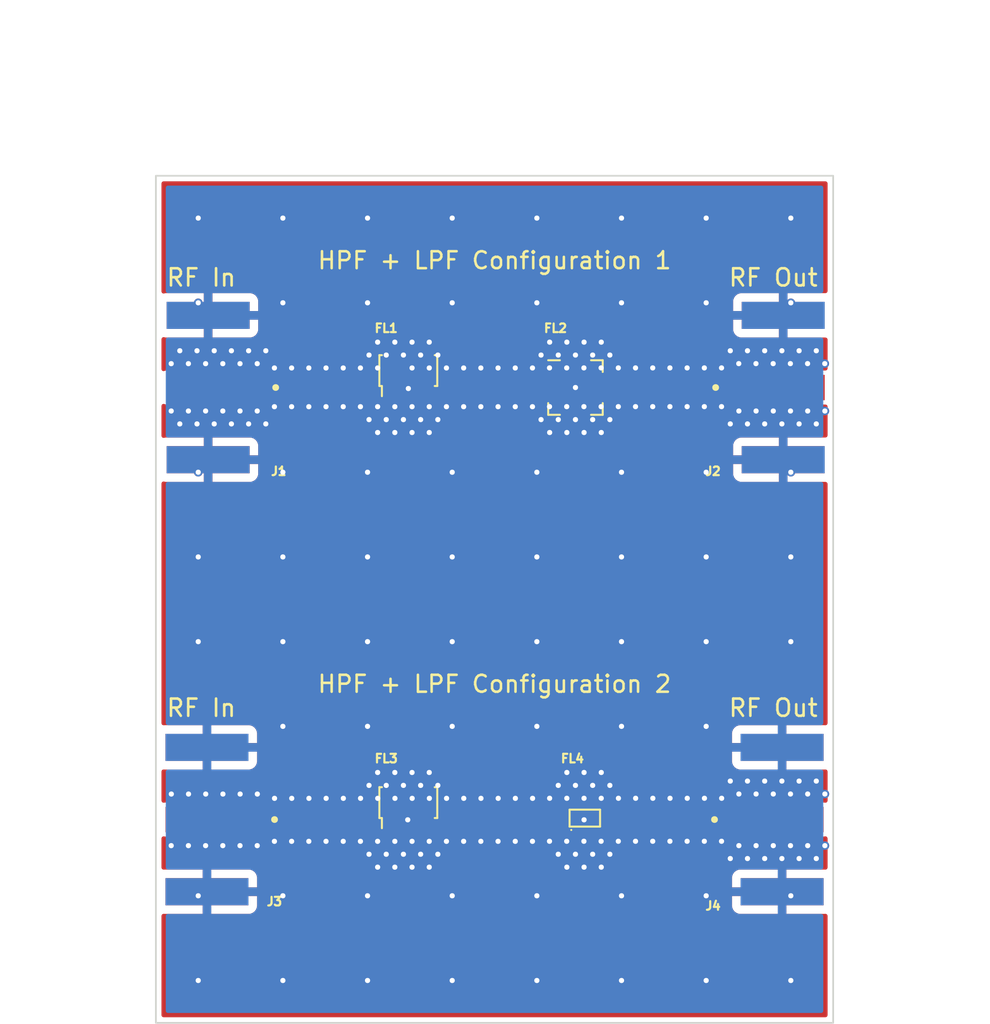
<source format=kicad_pcb>
(kicad_pcb (version 20211014) (generator pcbnew)
  (layers (0 "F.Cu" signal) (31 "B.Cu" signal) (34 "B.Paste" user) (35 "F.Paste" user) (36 "B.SilkS" user "B.Silkscreen") (37 "F.SilkS" user "F.Silkscreen") (38 "B.Mask" user) (39 "F.Mask" user) (44 "Edge.Cuts" user))
  (net 0 "")
  (net 1 "/RF_In1")
  (net 2 "GND")
  (net 3 "/HPF_out1")
  (net 4 "/RF_Out1")
  (net 5 "/RF_In2")
  (net 6 "/HPF_out2")
  (net 7 "/RF_Out2")
  (footprint "GGS_RF:JC0603C-1" (layer "F.Cu") (at 144.53301 128.315999)
    (fp_text reference "FL4" (at 0.06699 -3.915999 unlocked) (layer "F.SilkS") (effects (font (size 0.508 0.508) (thickness 0.127))))
    (fp_text value "LFCW-8000+")
    (fp_line (start -0.1 0.1) (end 1.7 0.1) (layer "F.SilkS") (width 0.12))
    (fp_line (start -0.1 -0.9) (end -0.1 0.1) (layer "F.SilkS") (width 0.12))
    (fp_line (start 1.7 -0.9) (end -0.1 -0.9) (layer "F.SilkS") (width 0.12))
    (fp_line (start 1.7 0.1) (end 1.7 -0.9) (layer "F.SilkS") (width 0.12))
    (fp_line (start 0 0.3) (end 0 0.3) (layer "F.SilkS") (width 0.12))
    (pad "1" smd rect (at 0.075 -0.4) (size 0.2 0.35) (layers "F.Cu" "F.Paste" "F.Mask") (net 6 "/HPF_out2"))
    (pad "2" smd rect (at 0.8 -0.075) (size 0.75 0.2) (layers "F.Cu" "F.Paste" "F.Mask") (net 2 "GND"))
    (pad "3" smd rect (at 1.525 -0.4) (size 0.2 0.35) (layers "F.Cu" "F.Paste" "F.Mask") (net 7 "/RF_Out2"))
    (pad "4" smd rect (at 0.8 -0.725) (size 0.75 0.2) (layers "F.Cu" "F.Paste" "F.Mask") (net 2 "GND"))
  )
  (footprint "Filter:Filter_Mini-Circuits_FV1206-1" (layer "F.Cu") (at 134.908333 127 90)
    (fp_text reference "FL3" (at 2.6 -1.304333) (layer "F.SilkS") (effects (font (size 0.508 0.508) (thickness 0.127))))
    (fp_text value "HFCN-5500")
    (fp_line (start 0.91 -1.71) (end -0.91 -1.71) (layer "F.SilkS") (width 0.12))
    (fp_line (start 0.91 1.71) (end -0.91 1.71) (layer "F.SilkS") (width 0.12))
    (fp_line (start -0.91 -1.56) (end -0.91 -1.71) (layer "F.SilkS") (width 0.12))
    (fp_line (start -0.91 -1.56) (end -1.51 -1.56) (layer "F.SilkS") (width 0.12))
    (fp_line (start -0.91 1.71) (end -0.91 1.56) (layer "F.SilkS") (width 0.12))
    (fp_line (start 0.91 1.71) (end 0.91 1.56) (layer "F.SilkS") (width 0.12))
    (fp_line (start 0.91 -1.56) (end 0.91 -1.71) (layer "F.SilkS") (width 0.12))
    (pad "1" smd roundrect (at -1.025 -0.99 90) (size 1.07 0.61) (layers "F.Cu" "F.Paste" "F.Mask") (net 5 "/RF_In2"))
    (pad "2" smd roundrect (at -1.025 0 90) (size 1.07 0.61) (layers "F.Cu" "F.Paste" "F.Mask") (net 2 "GND"))
    (pad "3" smd roundrect (at -1.025 0.99 90) (size 1.07 0.61) (layers "F.Cu" "F.Paste" "F.Mask") (net 6 "/HPF_out2"))
    (pad "4" smd roundrect (at 1.025 0.99 90) (size 1.07 0.61) (layers "F.Cu" "F.Paste" "F.Mask") (net 2 "GND"))
    (pad "5" smd roundrect (at 1.025 0 90) (size 1.07 0.61) (layers "F.Cu" "F.Paste" "F.Mask") (net 2 "GND"))
    (pad "6" smd roundrect (at 1.025 -0.99 90) (size 1.07 0.61) (layers "F.Cu" "F.Paste" "F.Mask") (net 2 "GND"))
  )
  (footprint "Package_DFN_QFN:QFN-12-1EP_3x3mm_P0.51mm_EP1.45x1.45mm" (layer "F.Cu") (at 144.78 102.499998)
    (fp_text reference "FL2" (at -1.18 -3.499998) (layer "F.SilkS") (effects (font (size 0.508 0.508) (thickness 0.127))))
    (fp_text value "XLF-962+")
    (fp_line (start -0.92 -1.61) (end -1.61 -1.61) (layer "F.SilkS") (width 0.12))
    (fp_line (start 1.61 -1.61) (end 1.61 -0.92) (layer "F.SilkS") (width 0.12))
    (fp_line (start 0.92 -1.61) (end 1.61 -1.61) (layer "F.SilkS") (width 0.12))
    (fp_line (start 1.61 1.61) (end 1.61 0.92) (layer "F.SilkS") (width 0.12))
    (fp_line (start 0.92 1.61) (end 1.61 1.61) (layer "F.SilkS") (width 0.12))
    (fp_line (start -0.92 1.61) (end -1.61 1.61) (layer "F.SilkS") (width 0.12))
    (fp_line (start -1.61 1.61) (end -1.61 0.92) (layer "F.SilkS") (width 0.12))
    (pad "1" smd roundrect locked (at -1.4375 -0.51) (size 0.875 0.3) (layers "F.Cu" "F.Paste" "F.Mask") (net 2 "GND"))
    (pad "2" smd roundrect locked (at -1.4375 0) (size 0.875 0.3) (layers "F.Cu" "F.Paste" "F.Mask") (net 3 "/HPF_out1"))
    (pad "3" smd roundrect locked (at -1.4375 0.51) (size 0.875 0.3) (layers "F.Cu" "F.Paste" "F.Mask") (net 2 "GND"))
    (pad "4" smd roundrect locked (at -0.51 1.4375) (size 0.3 0.875) (layers "F.Cu" "F.Paste" "F.Mask") (net 2 "GND"))
    (pad "5" smd roundrect locked (at 0 1.4375) (size 0.3 0.875) (layers "F.Cu" "F.Paste" "F.Mask") (net 2 "GND"))
    (pad "6" smd roundrect locked (at 0.51 1.4375) (size 0.3 0.875) (layers "F.Cu" "F.Paste" "F.Mask") (net 2 "GND"))
    (pad "7" smd roundrect locked (at 1.4375 0.51) (size 0.875 0.3) (layers "F.Cu" "F.Paste" "F.Mask") (net 2 "GND"))
    (pad "8" smd roundrect locked (at 1.4375 0) (size 0.875 0.3) (layers "F.Cu" "F.Paste" "F.Mask") (net 4 "/RF_Out1"))
    (pad "9" smd roundrect locked (at 1.4375 -0.51) (size 0.875 0.3) (layers "F.Cu" "F.Paste" "F.Mask") (net 2 "GND"))
    (pad "10" smd roundrect locked (at 0.51 -1.4375) (size 0.3 0.875) (layers "F.Cu" "F.Paste" "F.Mask") (net 2 "GND"))
    (pad "11" smd roundrect locked (at 0 -1.4375) (size 0.3 0.875) (layers "F.Cu" "F.Paste" "F.Mask") (net 2 "GND"))
    (pad "12" smd roundrect locked (at -0.51 -1.4375) (size 0.3 0.875) (layers "F.Cu" "F.Paste" "F.Mask") (net 2 "GND"))
    (pad "13" smd rect locked (at 0 0) (size 1.45 1.45) (layers "F.Cu" "F.Mask") (net 2 "GND"))
  )
  (footprint "GGS_Connectors:LINX_CONSMA020.062-G" (layer "F.Cu") (at 120.5675 128 -90)
    (fp_text reference "J3" (at 4.842 -6.4325 180) (layer "F.SilkS") (effects (font (size 0.508 0.508) (thickness 0.127))))
    (fp_text value "SMA")
    (fp_circle (center 0 -6.44) (end 0.1 -6.44) (layer "F.SilkS") (width 0.2) (fill none))
    (pad "1" smd rect locked (at 0 -2.8 270) (size 1.5 5.6) (layers "F.Cu" "F.Paste" "F.Mask") (net 5 "/RF_In2"))
    (pad "S1" smd rect locked (at -4.26 -2.45 270) (size 1.6 4.9) (layers "F.Cu" "F.Paste" "F.Mask") (net 2 "GND"))
    (pad "S2" smd rect locked (at 4.26 -2.45 270) (size 1.6 4.9) (layers "F.Cu" "F.Paste" "F.Mask") (net 2 "GND"))
    (pad "S3" smd rect locked (at -4.26 -2.45 270) (size 1.6 4.9) (layers "B.Cu" "B.Paste" "B.Mask") (net 2 "GND"))
    (pad "S4" smd rect locked (at 4.26 -2.45 270) (size 1.6 4.9) (layers "B.Cu" "B.Paste" "B.Mask") (net 2 "GND"))
  )
  (footprint "GGS_Connectors:LINX_CONSMA020.062-G" (layer "F.Cu") (at 159.5 102.5 90)
    (fp_text reference "J2" (at -4.942 -6.592 180) (layer "F.SilkS") (effects (font (size 0.508 0.508) (thickness 0.127))))
    (fp_text value "SMA" hide)
    (fp_circle (center 0 -6.44) (end 0.1 -6.44) (layer "F.SilkS") (width 0.2) (fill none))
    (pad "1" smd rect locked (at 0 -2.8 90) (size 1.5 5.6) (layers "F.Cu" "F.Paste" "F.Mask") (net 4 "/RF_Out1"))
    (pad "S1" smd rect locked (at -4.26 -2.45 90) (size 1.6 4.9) (layers "F.Cu" "F.Paste" "F.Mask") (net 2 "GND"))
    (pad "S2" smd rect locked (at 4.26 -2.45 90) (size 1.6 4.9) (layers "F.Cu" "F.Paste" "F.Mask") (net 2 "GND"))
    (pad "S3" smd rect locked (at -4.26 -2.45 90) (size 1.6 4.9) (layers "B.Cu" "B.Paste" "B.Mask") (net 2 "GND"))
    (pad "S4" smd rect locked (at 4.26 -2.45 90) (size 1.6 4.9) (layers "B.Cu" "B.Paste" "B.Mask") (net 2 "GND"))
  )
  (footprint "GGS_Connectors:LINX_CONSMA020.062-G" (layer "F.Cu") (at 159.4325 128 90)
    (fp_text reference "J4" (at -5.096 -6.5245 180) (layer "F.SilkS") (effects (font (size 0.508 0.508) (thickness 0.127))))
    (fp_text value "SMA")
    (fp_circle (center 0 -6.44) (end 0.1 -6.44) (layer "F.SilkS") (width 0.2) (fill none))
    (pad "1" smd rect locked (at 0 -2.8 90) (size 1.5 5.6) (layers "F.Cu" "F.Paste" "F.Mask") (net 7 "/RF_Out2"))
    (pad "S1" smd rect locked (at -4.26 -2.45 90) (size 1.6 4.9) (layers "F.Cu" "F.Paste" "F.Mask") (net 2 "GND"))
    (pad "S2" smd rect locked (at 4.26 -2.45 90) (size 1.6 4.9) (layers "F.Cu" "F.Paste" "F.Mask") (net 2 "GND"))
    (pad "S3" smd rect locked (at -4.26 -2.45 90) (size 1.6 4.9) (layers "B.Cu" "B.Paste" "B.Mask") (net 2 "GND"))
    (pad "S4" smd rect locked (at 4.26 -2.45 90) (size 1.6 4.9) (layers "B.Cu" "B.Paste" "B.Mask") (net 2 "GND"))
  )
  (footprint "Filter:Filter_Mini-Circuits_FV1206-1" (layer "F.Cu") (at 134.908333 101.500001 90)
    (fp_text reference "FL1" (at 2.500001 -1.308333 180) (layer "F.SilkS") (effects (font (size 0.508 0.508) (thickness 0.127))))
    (fp_text value "HFCN-5500")
    (fp_line (start 0.91 -1.71) (end -0.91 -1.71) (layer "F.SilkS") (width 0.12))
    (fp_line (start 0.91 -1.56) (end 0.91 -1.71) (layer "F.SilkS") (width 0.12))
    (fp_line (start -0.91 -1.56) (end -1.51 -1.56) (layer "F.SilkS") (width 0.12))
    (fp_line (start -0.91 -1.56) (end -0.91 -1.71) (layer "F.SilkS") (width 0.12))
    (fp_line (start 0.91 1.71) (end -0.91 1.71) (layer "F.SilkS") (width 0.12))
    (fp_line (start -0.91 1.71) (end -0.91 1.56) (layer "F.SilkS") (width 0.12))
    (fp_line (start 0.91 1.71) (end 0.91 1.56) (layer "F.SilkS") (width 0.12))
    (pad "1" smd roundrect locked (at -1.025 -0.99 90) (size 1.07 0.61) (layers "F.Cu" "F.Paste" "F.Mask") (net 1 "/RF_In1"))
    (pad "2" smd roundrect locked (at -1.025 0 90) (size 1.07 0.61) (layers "F.Cu" "F.Paste" "F.Mask") (net 2 "GND"))
    (pad "3" smd roundrect locked (at -1.025 0.99 90) (size 1.07 0.61) (layers "F.Cu" "F.Paste" "F.Mask") (net 3 "/HPF_out1"))
    (pad "4" smd roundrect locked (at 1.025 0.99 90) (size 1.07 0.61) (layers "F.Cu" "F.Paste" "F.Mask") (net 2 "GND"))
    (pad "5" smd roundrect locked (at 1.025 0 90) (size 1.07 0.61) (layers "F.Cu" "F.Paste" "F.Mask") (net 2 "GND"))
    (pad "6" smd roundrect locked (at 1.025 -0.99 90) (size 1.07 0.61) (layers "F.Cu" "F.Paste" "F.Mask") (net 2 "GND"))
  )
  (footprint "GGS_Connectors:LINX_CONSMA020.062-G" (layer "F.Cu") (at 120.635 102.5 -90)
    (fp_text reference "J1" (at 4.942 -6.619) (layer "F.SilkS") (effects (font (size 0.508 0.508) (thickness 0.127))))
    (fp_text value "SMA" hide)
    (fp_circle (center 0 -6.44) (end 0.1 -6.44) (layer "F.SilkS") (width 0.2) (fill none))
    (pad "1" smd rect locked (at 0 -2.8 270) (size 1.5 5.6) (layers "F.Cu" "F.Paste" "F.Mask") (net 1 "/RF_In1"))
    (pad "S1" smd rect locked (at -4.26 -2.45 270) (size 1.6 4.9) (layers "F.Cu" "F.Paste" "F.Mask") (net 2 "GND"))
    (pad "S2" smd rect locked (at 4.26 -2.45 270) (size 1.6 4.9) (layers "F.Cu" "F.Paste" "F.Mask") (net 2 "GND"))
    (pad "S3" smd rect locked (at -4.26 -2.45 270) (size 1.6 4.9) (layers "B.Cu" "B.Paste" "B.Mask") (net 2 "GND"))
    (pad "S4" smd rect locked (at 4.26 -2.45 270) (size 1.6 4.9) (layers "B.Cu" "B.Paste" "B.Mask") (net 2 "GND"))
  )
  (gr_rect (start 120 90) (end 160 140) (layer "Edge.Cuts") (width 0.1) (fill none))
  (gr_text "RF In" (at 122.682 121.412) (layer "F.SilkS") (effects (font (size 1.016 1.016) (thickness 0.1524))))
  (gr_text "HPF + LPF Configuration 2" (at 140 120) (layer "F.SilkS") (effects (font (size 1 1))))
  (gr_text "HPF + LPF Configuration 1" (at 140 95) (layer "F.SilkS") (effects (font (size 1 1))))
  (gr_text "RF Out" (at 156.464 121.412) (layer "F.SilkS") (effects (font (size 1.016 1.016) (thickness 0.1524))))
  (gr_text "RF In" (at 122.682 96.012) (layer "F.SilkS") (effects (font (size 1.016 1.016) (thickness 0.1524))))
  (gr_text "RF Out" (at 156.464 96.012) (layer "F.SilkS") (effects (font (size 1.016 1.016) (thickness 0.1524))))
  (segment locked (start 123.299988 102.5) (end 133.5 102.500001) (width 0.84074) (layer "F.Cu") (net 1))
  (segment (start 145.33301 127.590999) (end 145.33301 126.53701) (width 0.4) (layer "F.Cu") (net 2))
  (segment (start 145.33301 127.590999) (end 145.33301 128.98699) (width 0.4) (layer "F.Cu") (net 2))
  (via (at 154.432 126.492) (size 0.508) (drill 0.3048) (layers "F.Cu" "B.Cu") (net 2))
  (via (at 146.304 99.822) (size 0.508) (drill 0.3048) (layers "F.Cu" "B.Cu") (net 2))
  (via (at 156.464 103.886) (size 0.508) (drill 0.3048) (layers "F.Cu" "B.Cu") (net 2))
  (via (at 124.968 101.092) (size 0.508) (drill 0.3048) (layers "F.Cu" "B.Cu") (net 2))
  (via (at 157.5 97.5) (size 0.508) (drill 0.3048) (layers "F.Cu" "B.Cu") (net 2))
  (via (at 153.407125 101.342151) (size 0.508) (drill 0.3048) (layers "F.Cu" "B.Cu") (net 2))
  (via (at 159.512 103.886) (size 0.508) (drill 0.3048) (layers "F.Cu" "B.Cu") (net 2))
  (via (at 144.78 104.394) (size 0.508) (drill 0.3048) (layers "F.Cu" "B.Cu") (net 2))
  (via (at 145.288 130.81) (size 0.508) (drill 0.3048) (layers "F.Cu" "B.Cu") (net 2))
  (via (at 135.636 130.048) (size 0.508) (drill 0.3048) (layers "F.Cu" "B.Cu") (net 2))
  (via (at 123.444 100.33) (size 0.508) (drill 0.3048) (layers "F.Cu" "B.Cu") (net 2))
  (via (at 133.096 129.286) (size 0.508) (drill 0.3048) (layers "F.Cu" "B.Cu") (net 2))
  (via (at 148.327125 103.628151) (size 0.508) (drill 0.3048) (layers "F.Cu" "B.Cu") (net 2))
  (via (at 137.166986 126.748592) (size 0.508) (drill 0.3048) (layers "F.Cu" "B.Cu") (net 2))
  (via (at 155.956 125.73) (size 0.508) (drill 0.3048) (layers "F.Cu" "B.Cu") (net 2))
  (via (at 137.5 92.5) (size 0.508) (drill 0.3048) (layers "F.Cu" "B.Cu") (net 2))
  (via (at 159.004 130.302) (size 0.508) (drill 0.3048) (layers "F.Cu" "B.Cu") (net 2))
  (via (at 140.208 103.632) (size 0.508) (drill 0.3048) (layers "F.Cu" "B.Cu") (net 2))
  (via (at 122.5 92.5) (size 0.508) (drill 0.3048) (layers "F.Cu" "B.Cu") (net 2))
  (via (at 136.150986 126.748592) (size 0.508) (drill 0.3048) (layers "F.Cu" "B.Cu") (net 2))
  (via (at 142.5 97.5) (size 0.508) (drill 0.3048) (layers "F.Cu" "B.Cu") (net 2))
  (via (at 142.748 100.584) (size 0.508) (drill 0.3048) (layers "F.Cu" "B.Cu") (net 2))
  (via (at 136.144 125.222) (size 0.508) (drill 0.3048) (layers "F.Cu" "B.Cu") (net 2))
  (via (at 136.144 103.632) (size 0.508) (drill 0.3048) (layers "F.Cu" "B.Cu") (net 2))
  (via (at 159.004 125.73) (size 0.508) (drill 0.3048) (layers "F.Cu" "B.Cu") (net 2))
  (via (at 153.407125 129.282151) (size 0.508) (drill 0.3048) (layers "F.Cu" "B.Cu") (net 2))
  (via (at 122.936 101.092) (size 0.508) (drill 0.3048) (layers "F.Cu" "B.Cu") (net 2))
  (via (at 138.182986 126.748592) (size 0.508) (drill 0.3048) (layers "F.Cu" "B.Cu") (net 2))
  (via (at 134.62 130.048) (size 0.508) (drill 0.3048) (layers "F.Cu" "B.Cu") (net 2))
  (via (at 154.94 125.73) (size 0.508) (drill 0.3048) (layers "F.Cu" "B.Cu") (net 2))
  (via (at 147.5 97.5) (size 0.508) (drill 0.3048) (layers "F.Cu" "B.Cu") (net 2))
  (via (at 145.28801 128.015999) (size 0.508) (drill 0.3048) (layers "F.Cu" "B.Cu") (net 2))
  (via (at 150.359125 101.342151) (size 0.508) (drill 0.3048) (layers "F.Cu" "B.Cu") (net 2))
  (via (at 147.311125 101.342151) (size 0.508) (drill 0.3048) (layers "F.Cu" "B.Cu") (net 2))
  (via (at 133.604 104.394) (size 0.508) (drill 0.3048) (layers "F.Cu" "B.Cu") (net 2))
  (via (at 145.279125 103.628151) (size 0.508) (drill 0.3048) (layers "F.Cu" "B.Cu") (net 2))
  (via (at 158.496 129.54) (size 0.508) (drill 0.3048) (layers "F.Cu" "B.Cu") (net 2))
  (via (at 128.016 103.632) (size 0.508) (drill 0.3048) (layers "F.Cu" "B.Cu") (net 2))
  (via (at 134.874 128.016) (size 0.508) (drill 0.3048) (layers "F.Cu" "B.Cu") (net 2))
  (via (at 132.5 107.5) (size 0.508) (drill 0.3048) (layers "F.Cu" "B.Cu") (net 2))
  (via (at 132.5 112.5) (size 0.508) (drill 0.3048) (layers "F.Cu" "B.Cu") (net 2))
  (via (at 138.176 101.346) (size 0.508) (drill 0.3048) (layers "F.Cu" "B.Cu") (net 2))
  (via (at 156.457014 101.089408) (size 0.508) (drill 0.3048) (layers "F.Cu" "B.Cu") (net 2))
  (via (at 145.796 125.984) (size 0.508) (drill 0.3048) (layers "F.Cu" "B.Cu") (net 2))
  (via (at 121.92 103.886) (size 0.508) (drill 0.3048) (layers "F.Cu" "B.Cu") (net 2))
  (via (at 121.92 101.092) (size 0.508) (drill 0.3048) (layers "F.Cu" "B.Cu") (net 2))
  (via (at 137.16 129.286) (size 0.508) (drill 0.3048) (layers "F.Cu" "B.Cu") (net 2))
  (via (at 135.636 125.984) (size 0.508) (drill 0.3048) (layers "F.Cu" "B.Cu") (net 2))
  (via (at 157.48 103.886) (size 0.508) (drill 0.3048) (layers "F.Cu" "B.Cu") (net 2))
  (via (at 133.096 99.822) (size 0.508) (drill 0.3048) (layers "F.Cu" "B.Cu") (net 2))
  (via (at 124.974986 126.494592) (size 0.508) (drill 0.3048) (layers "F.Cu" "B.Cu") (net 2))
  (via (at 153.924 125.73) (size 0.508) (drill 0.3048) (layers "F.Cu" "B.Cu") (net 2))
  (via (at 147.5 132.5) (size 0.508) (drill 0.3048) (layers "F.Cu" "B.Cu") (net 2))
  (via (at 150.366111 126.744743) (size 0.508) (drill 0.3048) (layers "F.Cu" "B.Cu") (net 2))
  (via (at 132.5 97.5) (size 0.508) (drill 0.3048) (layers "F.Cu" "B.Cu") (net 2))
  (via (at 158.496 126.492) (size 0.508) (drill 0.3048) (layers "F.Cu" "B.Cu") (net 2))
  (via (at 127.5 122.5) (size 0.508) (drill 0.3048) (layers "F.Cu" "B.Cu") (net 2))
  (via (at 157.48 129.54) (size 0.508) (drill 0.3048) (layers "F.Cu" "B.Cu") (net 2))
  (via (at 153.924 100.33) (size 0.508) (drill 0.3048) (layers "F.Cu" "B.Cu") (net 2))
  (via (at 146.812 125.984) (size 0.508) (drill 0.3048) (layers "F.Cu" "B.Cu") (net 2))
  (via (at 122.5 132.5) (size 0.508) (drill 0.3048) (layers "F.Cu" "B.Cu") (net 2))
  (via (at 150.359125 103.628151) (size 0.508) (drill 0.3048) (layers "F.Cu" "B.Cu") (net 2))
  (via (at 134.112 103.632) (size 0.508) (drill 0.3048) (layers "F.Cu" "B.Cu") (net 2))
  (via (at 134.112 129.286) (size 0.508) (drill 0.3048) (layers "F.Cu" "B.Cu") (net 2))
  (via (at 159.004 100.33) (size 0.508) (drill 0.3048) (layers "F.Cu" "B.Cu") (net 2))
  (via (at 155.448 126.492) (size 0.508) (drill 0.3048) (layers "F.Cu" "B.Cu") (net 2))
  (via (at 135.128 105.156) (size 0.508) (drill 0.3048) (layers "F.Cu" "B.Cu") (net 2))
  (via (at 154.94 130.302) (size 0.508) (drill 0.3048) (layers "F.Cu" "B.Cu") (net 2))
  (via (at 122.5 107.5) (size 0.508) (drill 0.3048) (layers "F.Cu" "B.Cu") (net 2))
  (via (at 123.444 104.648) (size 0.508) (drill 0.3048) (layers "F.Cu" "B.Cu") (net 2))
  (via (at 127.5 137.5) (size 0.508) (drill 0.3048) (layers "F.Cu" "B.Cu") (net 2))
  (via (at 122.936 129.54) (size 0.508) (drill 0.3048) (layers "F.Cu" "B.Cu") (net 2))
  (via (at 136.144 129.286) (size 0.508) (drill 0.3048) (layers "F.Cu" "B.Cu") (net 2))
  (via (at 141.230986 126.748592) (size 0.508) (drill 0.3048) (layers "F.Cu" "B.Cu") (net 2))
  (via (at 154.94 100.33) (size 0.508) (drill 0.3048) (layers "F.Cu" "B.Cu") (net 2))
  (via (at 140.208 129.286) (size 0.508) (drill 0.3048) (layers "F.Cu" "B.Cu") (net 2))
  (via (at 145.796 100.584) (size 0.508) (drill 0.3048) (layers "F.Cu" "B.Cu") (net 2))
  (via (at 136.144 130.81) (size 0.508) (drill 0.3048) (layers "F.Cu" "B.Cu") (net 2))
  (via (at 141.224 129.286) (size 0.508) (drill 0.3048) (layers "F.Cu" "B.Cu") (net 2))
  (via (at 156.972 100.33) (size 0.508) (drill 0.3048) (layers "F.Cu" "B.Cu") (net 2))
  (via (at 132.588 125.984) (size 0.508) (drill 0.3048) (layers "F.Cu" "B.Cu") (net 2))
  (via (at 132.5 137.5) (size 0.508) (drill 0.3048) (layers "F.Cu" "B.Cu") (net 2))
  (via (at 133.604 125.984) (size 0.508) (drill 0.3048) (layers "F.Cu" "B.Cu") (net 2))
  (via (at 122.5 97.5) (size 0.508) (drill 0.3048) (layers "F.Cu" "B.Cu") (net 2))
  (via (at 130.054986 126.748592) (size 0.508) (drill 0.3048) (layers "F.Cu" "B.Cu") (net 2))
  (via (at 137.5 97.5) (size 0.508) (drill 0.3048) (layers "F.Cu" "B.Cu") (net 2))
  (via (at 134.62 104.394) (size 0.508) (drill 0.3048) (layers "F.Cu" "B.Cu") (net 2))
  (via (at 143.247125 103.628151) (size 0.508) (drill 0.3048) (layers "F.Cu" "B.Cu") (net 2))
  (via (at 140.214986 126.748592) (size 0.508) (drill 0.3048) (layers "F.Cu" "B.Cu") (net 2))
  (via (at 125.984 129.54) (size 0.508) (drill 0.3048) (layers "F.Cu" "B.Cu") (net 2))
  (via (at 149.343125 103.628151) (size 0.508) (drill 0.3048) (layers "F.Cu" "B.Cu") (net 2))
  (via (at 147.318111 126.744743) (size 0.508) (drill 0.3048) (layers "F.Cu" "B.Cu") (net 2))
  (via (at 146.812 130.048) (size 0.508) (drill 0.3048) (layers "F.Cu" "B.Cu") (net 2))
  (via (at 135.134986 126.748592) (size 0.508) (drill 0.3048) (layers "F.Cu" "B.Cu") (net 2))
  (via (at 159.004 104.648) (size 0.508) (drill 0.3048) (layers "F.Cu" "B.Cu") (net 2))
  (via (at 151.382111 126.744743) (size 0.508) (drill 0.3048) (layers "F.Cu" "B.Cu") (net 2))
  (via (at 125.476 100.33) (size 0.508) (drill 0.3048) (layers "F.Cu" "B.Cu") (net 2))
  (via (at 154.94 104.648) (size 0.508) (drill 0.3048) (layers "F.Cu" "B.Cu") (net 2))
  (via (at 147.5 107.5) (size 0.508) (drill 0.3048) (layers "F.Cu" "B.Cu") (net 2))
  (via (at 132.5 117.5) (size 0.508) (drill 0.3048) (layers "F.Cu" "B.Cu") (net 2))
  (via (at 145.288 105.156) (size 0.508) (drill 0.3048) (layers "F.Cu" "B.Cu") (net 2))
  (via (at 153.414111 126.744743) (size 0.508) (drill 0.3048) (layers "F.Cu" "B.Cu") (net 2))
  (via (at 145.796 130.048) (size 0.508) (drill 0.3048) (layers "F.Cu" "B.Cu") (net 2))
  (via (at 136.652 104.394) (size 0.508) (drill 0.3048) (layers "F.Cu" "B.Cu") (net 2))
  (via (at 139.192 101.346) (size 0.508) (drill 0.3048) (layers "F.Cu" "B.Cu") (net 2))
  (via (at 122.428 100.33) (size 0.508) (drill 0.3048) (layers "F.Cu" "B.Cu") (net 2))
  (via (at 127.5 117.5) (size 0.508) (drill 0.3048) (layers "F.Cu" "B.Cu") (net 2))
  (via (at 136.652 100.584) (size 0.508) (drill 0.3048) (layers "F.Cu" "B.Cu") (net 2))
  (via (at 126.492 104.648) (size 0.508) (drill 0.3048) (layers "F.Cu" "B.Cu") (net 2))
  (via (at 137.5 132.5) (size 0.508) (drill 0.3048) (layers "F.Cu" "B.Cu") (net 2))
  (via (at 155.448 129.54) (size 0.508) (drill 0.3048) (layers "F.Cu" "B.Cu") (net 2))
  (via (at 123.952 129.54) (size 0.508) (drill 0.3048) (layers "F.Cu" "B.Cu") (net 2))
  (via (at 143.247125 129.282151) (size 0.508) (drill 0.3048) (layers "F.Cu" "B.Cu") (net 2))
  (via (at 121.412 104.648) (size 0.508) (drill 0.3048) (layers "F.Cu" "B.Cu") (net 2))
  (via (at 145.279125 129.282151) (size 0.508) (drill 0.3048) (layers "F.Cu" "B.Cu") (net 2))
  (via (at 128.022986 126.748592) (size 0.508) (drill 0.3048) (layers "F.Cu" "B.Cu") (net 2))
  (via (at 129.032 101.346) (size 0.508) (drill 0.3048) (layers "F.Cu" "B.Cu") (net 2))
  (via (at 154.432 103.886) (size 0.508) (drill 0.3048) (layers "F.Cu" "B.Cu") (net 2))
  (via (at 152.5 117.5) (size 0.508) (drill 0.3048) (layers "F.Cu" "B.Cu") (net 2))
  (via (at 152.5 92.5) (size 0.508) (drill 0.3048) (layers "F.Cu" "B.Cu") (net 2))
  (via (at 142.5 107.5) (size 0.508) (drill 0.3048) (layers "F.Cu" "B.Cu") (net 2))
  (via (at 134.112 99.822) (size 0.508) (drill 0.3048) (layers "F.Cu" "B.Cu") (net 2))
  (via (at 142.5 92.5) (size 0.508) (drill 0.3048) (layers "F.Cu" "B.Cu") (net 2))
  (via (at 157.988 100.33) (size 0.508) (drill 0.3048) (layers "F.Cu" "B.Cu") (net 2))
  (via (at 133.096 125.222) (size 0.508) (drill 0.3048) (layers "F.Cu" "B.Cu") (net 2))
  (via (at 143.764 125.984) (size 0.508) (drill 0.3048) (layers "F.Cu" "B.Cu") (net 2))
  (via (at 124.968 129.54) (size 0.508) (drill 0.3048) (layers "F.Cu" "B.Cu") (net 2))
  (via (at 137.5 137.5) (size 0.508) (drill 0.3048) (layers "F.Cu" "B.Cu") (net 2))
  (via (at 146.295125 103.628151) (size 0.508) (drill 0.3048) (layers "F.Cu" "B.Cu") (net 2))
  (via (at 142.5 122.5) (size 0.508) (drill 0.3048) (layers "F.Cu" "B.Cu") (net 2))
  (via (at 132.08 129.286) (size 0.508) (drill 0.3048) (layers "F.Cu" "B.Cu") (net 2))
  (via (at 122.5 112.5) (size 0.508) (drill 0.3048) (layers "F.Cu" "B.Cu") (net 2))
  (via (at 144.272 99.822) (size 0.508) (drill 0.3048) (layers "F.Cu" "B.Cu") (net 2))
  (via (at 155.956 130.302) (size 0.508) (drill 0.3048) (layers "F.Cu" "B.Cu") (net 2))
  (via (at 129.038986 126.748592) (size 0.508) (drill 0.3048) (layers "F.Cu" "B.Cu") (net 2))
  (via (at 156.972 104.648) (size 0.508) (drill 0.3048) (layers "F.Cu" "B.Cu") (net 2))
  (via (at 155.956 100.33) (size 0.508) (drill 0.3048) (layers "F.Cu" "B.Cu") (net 2))
  (via (at 156.972 125.73) (size 0.508) (drill 0.3048) (layers "F.Cu" "B.Cu") (net 2))
  (via (at 152.398111 126.744743) (size 0.508) (drill 0.3048) (layers "F.Cu" "B.Cu") (net 2))
  (via (at 137.16 101.346) (size 0.508) (drill 0.3048) (layers "F.Cu" "B.Cu") (net 2))
  (via (at 139.198986 126.748592) (size 0.508) (drill 0.3048) (layers "F.Cu" "B.Cu") (net 2))
  (via (at 134.112 105.156) (size 0.508) (drill 0.3048) (layers "F.Cu" "B.Cu") (net 2))
  (via (at 159.512 129.54) (size 0.508) (drill 0.3048) (layers "F.Cu" "B.Cu") (net 2))
  (via (at 131.064 101.346) (size 0.508) (drill 0.3048) (layers "F.Cu" "B.Cu") (net 2))
  (via (at 127.5 92.5) (size 0.508) (drill 0.3048) (layers "F.Cu" "B.Cu") (net 2))
  (via (at 122.936 103.886) (size 0.508) (drill 0.3048) (layers "F.Cu" "B.Cu") (net 2))
  (via (at 136.144 101.346) (size 0.508) (drill 0.3048) (layers "F.Cu" "B.Cu") (net 2))
  (via (at 159.505014 101.089408) (size 0.508) (drill 0.3048) (layers "F.Cu" "B.Cu") (net 2))
  (via (at 158.489014 101.089408) (size 0.508) (drill 0.3048) (layers "F.Cu" "B.Cu") (net 2))
  (via (at 132.086986 126.748592) (size 0.508) (drill 0.3048) (layers "F.Cu" "B.Cu") (net 2))
  (via (at 128.016 101.346) (size 0.508) (drill 0.3048) (layers "F.Cu" "B.Cu") (net 2))
  (via (at 120.904 103.886) (size 0.508) (drill 0.3048) (layers "F.Cu" "B.Cu") (net 2))
  (via (at 137.5 122.5) (size 0.508) (drill 0.3048) (layers "F.Cu" "B.Cu") (net 2))
  (via (at 122.5 137.5) (size 0.508) (drill 0.3048) (layers "F.Cu" "B.Cu") (net 2))
  (via (at 132.588 100.584) (size 0.508) (drill 0.3048) (layers "F.Cu" "B.Cu") (net 2))
  (via (at 123.952 103.886) (size 0.508) (drill 0.3048) (layers "F.Cu" "B.Cu") (net 2))
  (via (at 135.636 104.394) (size 0.508) (drill 0.3048) (layers "F.Cu" "B.Cu") (net 2))
  (via (at 130.048 103.632) (size 0.508) (drill 0.3048) (layers "F.Cu" "B.Cu") (net 2))
  (via (at 152.5 107.5) (size 0.508) (drill 0.3048) (layers "F.Cu" "B.Cu") (net 2))
  (via (at 144.263125 103.628151) (size 0.508) (drill 0.3048) (layers "F.Cu" "B.Cu") (net 2))
  (via (at 123.958986 126.494592) (size 0.508) (drill 0.3048) (layers "F.Cu" "B.Cu") (net 2))
  (via (at 155.448 103.886) (size 0.508) (drill 0.3048) (layers "F.Cu" "B.Cu") (net 2))
  (via (at 149.343125 129.282151) (size 0.508) (drill 0.3048) (layers "F.Cu" "B.Cu") (net 2))
  (via (at 126.492 100.33) (size 0.508) (drill 0.3048) (layers "F.Cu" "B.Cu") (net 2))
  (via (at 132.5 122.5) (size 0.508) (drill 0.3048) (layers "F.Cu" "B.Cu") (net 2))
  (via (at 149.350111 126.744743) (size 0.508) (drill 0.3048) (layers "F.Cu" "B.Cu") (net 2))
  (via (at 121.92 129.54) (size 0.508) (drill 0.3048) (layers "F.Cu" "B.Cu") (net 2))
  (via (at 152.391125 129.282151) (size 0.508) (drill 0.3048) (layers "F.Cu" "B.Cu") (net 2))
  (via (at 153.407125 103.628151) (size 0.508) (drill 0.3048) (layers "F.Cu" "B.Cu") (net 2))
  (via (at 133.604 130.048) (size 0.508) (drill 0.3048) (layers "F.Cu" "B.Cu") (net 2))
  (via (at 154.425014 101.089408) (size 0.508) (drill 0.3048) (layers "F.Cu" "B.Cu") (net 2))
  (via (at 144.78 125.984) (size 0.508) (drill 0.3048) (layers "F.Cu" "B.Cu") (net 2))
  (via (at 142.246986 126.748592) (size 0.508) (drill 0.3048) (layers "F.Cu" "B.Cu") (net 2))
  (via (at 135.128 101.346) (size 0.508) (drill 0.3048) (layers "F.Cu" "B.Cu") (net 2))
  (via (at 135.636 100.584) (size 0.508) (drill 0.3048) (layers "F.Cu" "B.Cu") (net 2))
  (via (at 127.5 107.5) (size 0.508) (drill 0.3048) (layers "F.Cu" "B.Cu") (net 2))
  (via (at 128.016 129.286) (size 0.508) (drill 0.3048) (layers "F.Cu" "B.Cu") (net 2))
  (via (at 127.006986 126.748592) (size 0.508) (drill 0.3048) (layers "F.Cu" "B.Cu") (net 2))
  (via (at 129.032 129.286) (size 0.508) (drill 0.3048) (layers "F.Cu" "B.Cu") (net 2))
  (via (at 134.112 125.222) (size 0.508) (drill 0.3048) (layers "F.Cu" "B.Cu") (net 2))
  (via (at 127 129.286) (size 0.508) (drill 0.3048) (layers "F.Cu" "B.Cu") (net 2))
  (via (at 134.112 130.81) (size 0.508) (drill 0.3048) (layers "F.Cu" "B.Cu") (net 2))
  (via (at 133.096 103.632) (size 0.508) (drill 0.3048) (layers "F.Cu" "B.Cu") (net 2))
  (via (at 130.048 101.346) (size 0.508) (drill 0.3048) (layers "F.Cu" "B.Cu") (net 2))
  (via (at 135.128 130.81) (size 0.508) (drill 0.3048) (layers "F.Cu" "B.Cu") (net 2))
  (via (at 127 101.346) (size 0.508) (drill 0.3048) (layers "F.Cu" "B.Cu") (net 2))
  (via (at 135.128 125.222) (size 0.508) (drill 0.3048) (layers "F.Cu" "B.Cu") (net 2))
  (via (at 133.096 101.346) (size 0.508) (drill 0.3048) (layers "F.Cu" "B.Cu") (net 2))
  (via (at 130.048 129.286) (size 0.508) (drill 0.3048) (layers "F.Cu" "B.Cu") (net 2))
  (via (at 124.46 104.648) (size 0.508) (drill 0.3048) (layers "F.Cu" "B.Cu") (net 2))
  (via (at 147.5 112.5) (size 0.508) (drill 0.3048) (layers "F.Cu" "B.Cu") (net 2))
  (via (at 156.972 130.302) (size 0.508) (drill 0.3048) (layers "F.Cu" "B.Cu") (net 2))
  (via (at 145.796 104.394) (size 0.508) (drill 0.3048) (layers "F.Cu" "B.Cu") (net 2))
  (via (at 152.5 137.5) (size 0.508) (drill 0.3048) (layers "F.Cu" "B.Cu") (net 2))
  (via (at 146.302111 126.744743) (size 0.508) (drill 0.3048) (layers "F.Cu" "B.Cu") (net 2))
  (via (at 146.812 100.584) (size 0.508) (drill 0.3048) (layers "F.Cu" "B.Cu") (net 2))
  (via (at 123.952 101.092) (size 0.508) (drill 0.3048) (layers "F.Cu" "B.Cu") (net 2))
  (via (at 144.78 130.048) (size 0.508) (drill 0.3048) (layers "F.Cu" "B.Cu") (net 2))
  (via (at 133.096 105.156) (size 0.508) (drill 0.3048) (layers "F.Cu" "B.Cu") (net 2))
  (via (at 147.5 117.5) (size 0.508) (drill 0.3048) (layers "F.Cu" "B.Cu") (net 2))
  (via (at 157.5 132.5) (size 0.508) (drill 0.3048) (layers "F.Cu" "B.Cu") (net 2))
  (via (at 138.176 129.286) (size 0.508) (drill 0.3048) (layers "F.Cu" "B.Cu") (net 2))
  (via (at 143.254111 126.744743) (size 0.508) (drill 0.3048) (layers "F.Cu" "B.Cu") (net 2))
  (via (at 125.476 104.648) (size 0.508) (drill 0.3048) (layers "F.Cu" "B.Cu") (net 2))
  (via (at 121.926986 126.494592) (size 0.508) (drill 0.3048) (layers "F.Cu" "B.Cu") (net 2))
  (via (at 124.46 100.33) (size 0.508) (drill 0.3048) (layers "F.Cu" "B.Cu") (net 2))
  (via (at 125.984 103.886) (size 0.508) (drill 0.3048) (layers "F.Cu" "B.Cu") (net 2))
  (via (at 152.5 122.5) (size 0.508) (drill 0.3048) (layers "F.Cu" "B.Cu") (net 2))
  (via (at 158.496 103.886) (size 0.508) (drill 0.3048) (layers "F.Cu" "B.Cu") (net 2))
  (via (at 144.272 105.156) (size 0.508) (drill 0.3048) (layers "F.Cu" "B.Cu") (net 2))
  (via (at 120.910986 126.494592) (size 0.508) (drill 0.3048) (layers "F.Cu" "B.Cu") (net 2))
  (via (at 155.441014 101.089408) (size 0.508) (drill 0.3048) (layers "F.Cu" "B.Cu") (net 2))
  (via (at 142.5 117.5) (size 0.508) (drill 0.3048) (layers "F.Cu" "B.Cu") (net 2))
  (via (at 133.102986 126.748592) (size 0.508) (drill 0.3048) (layers "F.Cu" "B.Cu") (net 2))
  (via (at 134.62 125.984) (size 0.508) (drill 0.3048) (layers "F.Cu" "B.Cu") (net 2))
  (via (at 143.764 130.048) (size 0.508) (drill 0.3048) (layers "F.Cu" "B.Cu") (net 2))
  (via (at 142.748 104.394) (size 0.508) (drill 0.3048) (layers "F.Cu" "B.Cu") (net 2))
  (via (at 153.924 130.302) (size 0.508) (drill 0.3048) (layers "F.Cu" "B.Cu") (net 2))
  (via (at 157.5 107.5) (size 0.508) (drill 0.3048) (layers "F.Cu" "B.Cu") (net 2))
  (via (at 142.24 103.632) (size 0.508) (drill 0.3048) (layers "F.Cu" "B.Cu") (net 2))
  (via (at 140.208 101.346) (size 0.508) (drill 0.3048) (layers "F.Cu" "B.Cu") (net 2))
  (via (at 157.48 126.492) (size 0.508) (drill 0.3048) (layers "F.Cu" "B.Cu") (net 2))
  (via (at 125.984 101.092) (size 0.508) (drill 0.3048) (layers "F.Cu" "B.Cu") (net 2))
  (via (at 127.5 132.5) (size 0.508) (drill 0.3048) (layers "F.Cu" "B.Cu") (net 2))
  (via (at 127.5 97.5) (size 0.508) (drill 0.3048) (layers "F.Cu" "B.Cu") (net 2))
  (via (at 132.5 132.5) (size 0.508) (drill 0.3048) (layers "F.Cu" "B.Cu") (net 2))
  (via (at 129.032 103.632) (size 0.508) (drill 0.3048) (layers "F.Cu" "B.Cu") (net 2))
  (via (at 155.956 104.648) (size 0.508) (drill 0.3048) (layers "F.Cu" "B.Cu") (net 2))
  (via (at 145.286111 126.744743) (size 0.508) (drill 0.3048) (layers "F.Cu" "B.Cu") (net 2))
  (via (at 156.464 126.492) (size 0.508) (drill 0.3048) (layers "F.Cu" "B.Cu") (net 2))
  (via (at 148.334111 126.744743) (size 0.508) (drill 0.3048) (layers "F.Cu" "B.Cu") (net 2))
  (via (at 122.942986 126.494592) (size 0.508) (drill 0.3048) (layers "F.Cu" "B.Cu") (net 2))
  (via (at 157.5 117.5) (size 0.508) (drill 0.3048) (layers "F.Cu" "B.Cu") (net 2))
  (via (at 151.375125 129.282151) (size 0.508) (drill 0.3048) (layers "F.Cu" "B.Cu") (net 2))
  (via (at 120.904 129.54) (size 0.508) (drill 0.3048) (layers "F.Cu" "B.Cu") (net 2))
  (via (at 147.311125 103.628151) (size 0.508) (drill 0.3048) (layers "F.Cu" "B.Cu") (net 2))
  (via (at 157.473014 101.089408) (size 0.508) (drill 0.3048) (layers "F.Cu" "B.Cu") (net 2))
  (via (at 132.08 101.346) (size 0.508) (drill 0.3048) (layers "F.Cu" "B.Cu") (net 2))
  (via (at 143.256 105.156) (size 0.508) (drill 0.3048) (layers "F.Cu" "B.Cu") (net 2))
  (via (at 146.304 125.222) (size 0.508) (drill 0.3048) (layers "F.Cu" "B.Cu") (net 2))
  (via (at 145.279125 101.342151) (size 0.508) (drill 0.3048) (layers "F.Cu" "B.Cu") (net 2))
  (via (at 148.327125 101.342151) (size 0.508) (drill 0.3048) (layers "F.Cu" "B.Cu") (net 2))
  (via (at 133.096 130.81) (size 0.508) (drill 0.3048) (layers "F.Cu" "B.Cu") (net 2))
  (via (at 144.263125 129.282151) (size 0.508) (drill 0.3048) (layers "F.Cu" "B.Cu") (net 2))
  (via (at 127 103.632) (size 0.508) (drill 0.3048) (layers "F.Cu" "B.Cu") (net 2))
  (via (at 142.5 112.5) (size 0.508) (drill 0.3048) (layers "F.Cu" "B.Cu") (net 2))
  (via (at 151.375125 101.342151) (size 0.508) (drill 0.3048) (layers "F.Cu" "B.Cu") (net 2))
  (via (at 132.588 130.048) (size 0.508) (drill 0.3048) (layers "F.Cu" "B.Cu") (net 2))
  (via (at 142.5 137.5) (size 0.508) (drill 0.3048) (layers "F.Cu" "B.Cu") (net 2))
  (via (at 146.295125 101.342151) (size 0.508) (drill 0.3048) (layers "F.Cu" "B.Cu") (net 2))
  (via (at 153.924 104.648) (size 0.508) (drill 0.3048) (layers "F.Cu" "B.Cu") (net 2))
  (via (at 141.224 101.346) (size 0.508) (drill 0.3048) (layers "F.Cu" "B.Cu") (net 2))
  (via (at 138.176 103.632) (size 0.508) (drill 0.3048) (layers "F.Cu" "B.Cu") (net 2))
  (via (at 121.412 100.33) (size 0.508) (drill 0.3048) (layers "F.Cu" "B.Cu") (net 2))
  (via (at 122.5 117.5) (size 0.508) (drill 0.3048) (layers "F.Cu" "B.Cu") (net 2))
  (via (at 124.968 103.886) (size 0.508) (drill 0.3048) (layers "F.Cu" "B.Cu") (net 2))
  (via (at 144.78 100.584) (size 0.508) (drill 0.3048) (layers "F.Cu" "B.Cu") (net 2))
  (via (at 151.375125 103.628151) (size 0.508) (drill 0.3048) (layers "F.Cu" "B.Cu") (net 2))
  (via (at 135.128 99.822) (size 0.508) (drill 0.3048) (layers "F.Cu" "B.Cu") (net 2))
  (via (at 150.359125 129.282151) (size 0.508) (drill 0.3048) (layers "F.Cu" "B.Cu") (net 2))
  (via (at 135.128 103.632) (size 0.508) (drill 0.3048) (layers "F.Cu" "B.Cu") (net 2))
  (via (at 125.990986 126.494592) (size 0.508) (drill 0.3048) (layers "F.Cu" "B.Cu") (net 2))
  (via (at 134.62 100.584) (size 0.508) (drill 0.3048) (layers "F.Cu" "B.Cu") (net 2))
  (via (at 137.5 107.5) (size 0.508) (drill 0.3048) (layers "F.Cu" "B.Cu") (net 2))
  (via (at 131.064 129.286) (size 0.508) (drill 0.3048) (layers "F.Cu" "B.Cu") (net 2))
  (via (at 141.224 103.632) (size 0.508) (drill 0.3048) (layers "F.Cu" "B.Cu") (net 2))
  (via (at 136.144 105.156) (size 0.508) (drill 0.3048) (layers "F.Cu" "B.Cu") (net 2))
  (via (at 134.118986 126.748592) (size 0.508) (drill 0.3048) (layers "F.Cu" "B.Cu") (net 2))
  (via (at 142.5 132.5) (size 0.508) (drill 0.3048) (layers "F.Cu" "B.Cu") (net 2))
  (via (at 157.5 137.5) (size 0.508) (drill 0.3048) (layers "F.Cu" "B.Cu") (net 2))
  (via (at 131.064 103.632) (size 0.508) (drill 0.3048) (layers "F.Cu" "B.Cu") (net 2))
  (via (at 147.5 137.5) (size 0.508) (drill 0.3048) (layers "F.Cu" "B.Cu") (net 2))
  (via (at 132.5 92.5) (size 0.508) (drill 0.3048) (layers "F.Cu" "B.Cu") (net 2))
  (via (at 144.78 102.499998) (size 0.508) (drill 0.3048) (layers "F.Cu" "B.Cu") (net 2))
  (via (at 152.391125 101.342151) (size 0.508) (drill 0.3048) (layers "F.Cu" "B.Cu") (net 2))
  (via (at 143.256 99.822) (size 0.508) (drill 0.3048) (layers "F.Cu" "B.Cu") (net 2))
  (via (at 146.295125 129.282151) (size 0.508) (drill 0.3048) (layers "F.Cu" "B.Cu") (net 2))
  (via (at 139.192 103.632) (size 0.508) (drill 0.3048) (layers "F.Cu" "B.Cu") (net 2))
  (via (at 134.91 102.56) (size 0.508) (drill 0.3048) (layers "F.Cu" "B.Cu") (net 2))
  (via (at 159.512 126.492) (size 0.508) (drill 0.3048) (layers "F.Cu" "B.Cu") (net 2))
  (via (at 152.5 97.5) (size 0.508) (drill 0.3048) (layers "F.Cu" "B.Cu") (net 2))
  (via (at 146.304 105.156) (size 0.508) (drill 0.3048) (layers "F.Cu" "B.Cu") (net 2))
  (via (at 144.263125 101.342151) (size 0.508) (drill 0.3048) (layers "F.Cu" "B.Cu") (net 2))
  (via (at 132.08 103.632) (size 0.508) (drill 0.3048) (layers "F.Cu" "B.Cu") (net 2))
  (via (at 157.5 92.5) (size 0.508) (drill 0.3048) (layers "F.Cu" "B.Cu") (net 2))
  (via (at 142.24 101.346) (size 0.508) (drill 0.3048) (layers "F.Cu" "B.Cu") (net 2))
  (via (at 127.5 112.5) (size 0.508) (drill 0.3048) (layers "F.Cu" "B.Cu") (net 2))
  (via (at 136.652 130.048) (size 0.508) (drill 0.3048) (layers "F.Cu" "B.Cu") (net 2))
  (via (at 120.904 101.092) (size 0.508) (drill 0.3048) (layers "F.Cu" "B.Cu") (net 2))
  (via (at 145.288 99.822) (size 0.508) (drill 0.3048) (layers "F.Cu" "B.Cu") (net 2))
  (via (at 144.270111 126.744743) (size 0.508) (drill 0.3048) (layers "F.Cu" "B.Cu") (net 2))
  (via (at 152.5 132.5) (size 0.508) (drill 0.3048) (layers "F.Cu" "B.Cu") (net 2))
  (via (at 157.5 112.5) (size 0.508) (drill 0.3048) (layers "F.Cu" "B.Cu") (net 2))
  (via (at 147.5 92.5) (size 0.508) (drill 0.3048) (layers "F.Cu" "B.Cu") (net 2))
  (via (at 139.192 129.286) (size 0.508) (drill 0.3048) (layers "F.Cu" "B.Cu") (net 2))
  (via (at 136.144 99.822) (size 0.508) (drill 0.3048) (layers "F.Cu" "B.Cu") (net 2))
  (via (at 147.311125 129.282151) (size 0.508) (drill 0.3048) (layers "F.Cu" "B.Cu") (net 2))
  (via (at 148.327125 129.282151) (size 0.508) (drill 0.3048) (layers "F.Cu" "B.Cu") (net 2))
  (via (at 142.24 129.286) (size 0.508) (drill 0.3048) (layers "F.Cu" "B.Cu") (net 2))
  (via (at 152.391125 103.628151) (size 0.508) (drill 0.3048) (layers "F.Cu" "B.Cu") (net 2))
  (via (at 157.988 104.648) (size 0.508) (drill 0.3048) (layers "F.Cu" "B.Cu") (net 2))
  (via (at 149.343125 101.342151) (size 0.508) (drill 0.3048) (layers "F.Cu" "B.Cu") (net 2))
  (via (at 133.604 100.584) (size 0.508) (drill 0.3048) (layers "F.Cu" "B.Cu") (net 2))
  (via (at 143.764 104.394) (size 0.508) (drill 0.3048) (layers "F.Cu" "B.Cu") (net 2))
  (via (at 146.304 130.81) (size 0.508) (drill 0.3048) (layers "F.Cu" "B.Cu") (net 2))
  (via (at 136.652 125.984) (size 0.508) (drill 0.3048) (layers "F.Cu" "B.Cu") (net 2))
  (via (at 131.070986 126.748592) (size 0.508) (drill 0.3048) (layers "F.Cu" "B.Cu") (net 2))
  (via (at 132.588 104.394) (size 0.508) (drill 0.3048) (layers "F.Cu" "B.Cu") (net 2))
  (via (at 137.5 112.5) (size 0.508) (drill 0.3048) (layers "F.Cu" "B.Cu") (net 2))
  (via (at 147.5 122.5) (size 0.508) (drill 0.3048) (layers "F.Cu" "B.Cu") (net 2))
  (via (at 135.128 129.286) (size 0.508) (drill 0.3048) (layers "F.Cu" "B.Cu") (net 2))
  (via (at 144.272 125.222) (size 0.508) (drill 0.3048) (layers "F.Cu" "B.Cu") (net 2))
  (via (at 137.16 103.632) (size 0.508) (drill 0.3048) (layers "F.Cu" "B.Cu") (net 2))
  (via (at 122.428 104.648) (size 0.508) (drill 0.3048) (layers "F.Cu" "B.Cu") (net 2))
  (via (at 144.272 130.81) (size 0.508) (drill 0.3048) (layers "F.Cu" "B.Cu") (net 2))
  (via (at 143.764 100.584) (size 0.508) (drill 0.3048) (layers "F.Cu" "B.Cu") (net 2))
  (via (at 152.5 112.5) (size 0.508) (drill 0.3048) (layers "F.Cu" "B.Cu") (net 2))
  (via (at 137.5 117.5) (size 0.508) (drill 0.3048) (layers "F.Cu" "B.Cu") (net 2))
  (via (at 146.812 104.394) (size 0.508) (drill 0.3048) (layers "F.Cu" "B.Cu") (net 2))
  (via (at 143.247125 101.342151) (size 0.508) (drill 0.3048) (layers "F.Cu" "B.Cu") (net 2))
  (via (at 157.988 125.73) (size 0.508) (drill 0.3048) (layers "F.Cu" "B.Cu") (net 2))
  (via (at 145.288 125.222) (size 0.508) (drill 0.3048) (layers "F.Cu" "B.Cu") (net 2))
  (via (at 154.432 129.54) (size 0.508) (drill 0.3048) (layers "F.Cu" "B.Cu") (net 2))
  (via (at 157.988 130.302) (size 0.508) (drill 0.3048) (layers "F.Cu" "B.Cu") (net 2))
  (via (at 156.464 129.54) (size 0.508) (drill 0.3048) (layers "F.Cu" "B.Cu") (net 2))
  (segment (start 136 102.525001) (end 142.401785 102.525001) (width 0.84074) (layer "F.Cu") (net 3))
  (segment (start 143.3425 102.499998) (end 142.426788 102.499998) (width 0.3) (layer "F.Cu") (net 3))
  (segment (start 142.426786 102.5) (end 142.401785 102.525001) (width 0.4) (layer "F.Cu") (net 3))
  (segment (start 142.426788 102.499998) (end 142.426786 102.5) (width 0.3) (layer "F.Cu") (net 3))
  (segment (start 156.700011 102.5) (end 147.066 102.500001) (width 0.84074) (layer "F.Cu") (net 4))
  (segment (start 147.066 102.500001) (end 147.065997 102.499998) (width 0.3) (layer "F.Cu") (net 4))
  (segment (start 147.065997 102.499998) (end 146.2175 102.499998) (width 0.3) (layer "F.Cu") (net 4))
  (segment (start 123.3675 128) (end 133.588 128) (width 0.84074) (layer "F.Cu") (net 5))
  (segment (start 133.588 128) (end 133.604 128.016) (width 0.84074) (layer "F.Cu") (net 5))
  (segment (start 136.144 128.025) (end 144.263 128.025) (width 0.84074) (layer "F.Cu") (net 6))
  (segment (start 156.6325 128) (end 146.343881 128) (width 0.84074) (layer "F.Cu") (net 7))
  (zone (net 2) (net_name "GND") (layer "F.Cu") (connect_pads (clearance 0.254)) (min_thickness 0.254) (fill yes (thermal_gap 0.508) (thermal_bridge_width 0.508))
    (polygon (pts (xy 160 140) (xy 120 140) (xy 120 90) (xy 160 90)))
  )
  (zone (net 2) (net_name "GND") (layer "B.Cu") (connect_pads (clearance 0.508)) (min_thickness 0.254) (fill yes (thermal_gap 0.508) (thermal_bridge_width 0.508))
    (polygon (pts (xy 160 140) (xy 120 140) (xy 120 90) (xy 160 90)))
  )
)
</source>
